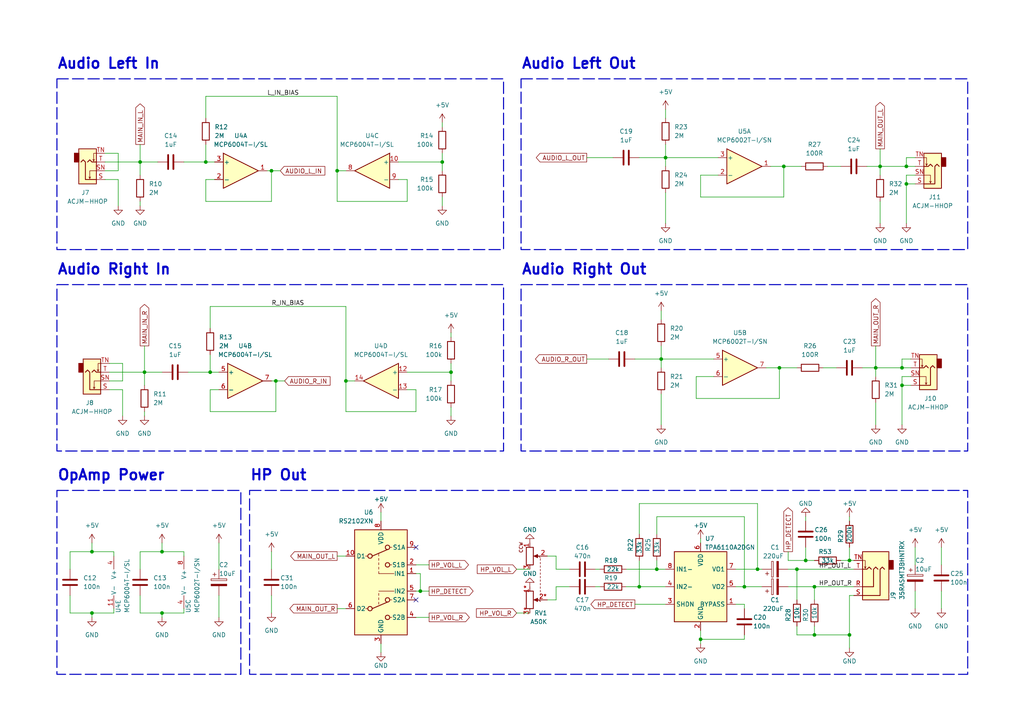
<source format=kicad_sch>
(kicad_sch (version 20230121) (generator eeschema)
  (paper "A4")
  (junction (at 40.64 46.99))
  (junction (at 262.89 53.34))
  (junction (at 261.62 106.68))
  (junction (at 236.22 170.18))
  (junction (at 41.91 107.95))
  (junction (at 97.79 49.53))
  (junction (at 227.33 48.26))
  (junction (at 255.27 48.26))
  (junction (at 26.67 160.02))
  (junction (at 246.38 184.15))
  (junction (at 231.14 165.1))
  (junction (at 215.9 170.18))
  (junction (at 261.62 111.76))
  (junction (at 80.01 110.49))
  (junction (at 46.99 160.02))
  (junction (at 128.27 46.99))
  (junction (at 226.06 106.68))
  (junction (at 100.33 110.49))
  (junction (at 78.74 49.53))
  (junction (at 60.96 107.95))
  (junction (at 203.2 185.42))
  (junction (at 191.77 104.14))
  (junction (at 254 106.68))
  (junction (at 246.38 162.56))
  (junction (at 190.5 165.1))
  (junction (at 26.67 177.8))
  (junction (at 262.89 48.26))
  (junction (at 121.92 171.45))
  (junction (at 185.42 170.18))
  (junction (at 46.99 177.8))
  (junction (at 130.81 107.95))
  (junction (at 59.69 46.99))
  (junction (at 233.68 162.56))
  (junction (at 219.71 165.1))
  (junction (at 193.04 45.72))
  (junction (at 236.22 184.15))
  (no_connect (at 120.65 173.99))
  (no_connect (at 120.65 158.75))
  (wire (pts (xy 30.48 46.99) (xy 40.64 46.99)))
  (wire (pts (xy 203.2 182.88) (xy 203.2 185.42)))
  (wire (pts (xy 161.29 170.18) (xy 165.1 170.18)))
  (wire (pts (xy 60.96 95.25) (xy 60.96 88.9)))
  (wire (pts (xy 130.81 105.41) (xy 130.81 107.95)))
  (wire (pts (xy 60.96 107.95) (xy 60.96 102.87)))
  (wire (pts (xy 191.77 90.17) (xy 191.77 92.71)))
  (wire (pts (xy 262.89 50.8) (xy 265.43 50.8)))
  (wire (pts (xy 193.04 41.91) (xy 193.04 45.72)))
  (wire (pts (xy 261.62 106.68) (xy 264.16 106.68)))
  (wire (pts (xy 41.91 107.95) (xy 46.99 107.95)))
  (wire (pts (xy 120.65 166.37) (xy 121.92 166.37)))
  (wire (pts (xy 190.5 162.56) (xy 190.5 165.1)))
  (wire (pts (xy 201.93 115.57) (xy 201.93 109.22)))
  (wire (pts (xy 193.04 55.88) (xy 193.04 64.77)))
  (wire (pts (xy 120.65 171.45) (xy 121.92 171.45)))
  (wire (pts (xy 265.43 171.45) (xy 265.43 176.53)))
  (wire (pts (xy 254 100.33) (xy 254 106.68)))
  (wire (pts (xy 261.62 104.14) (xy 261.62 106.68)))
  (wire (pts (xy 236.22 181.61) (xy 236.22 184.15)))
  (wire (pts (xy 255.27 58.42) (xy 255.27 64.77)))
  (wire (pts (xy 262.89 48.26) (xy 265.43 48.26)))
  (wire (pts (xy 228.6 160.02) (xy 228.6 162.56)))
  (wire (pts (xy 110.49 148.59) (xy 110.49 151.13)))
  (wire (pts (xy 63.5 172.72) (xy 63.5 179.07)))
  (wire (pts (xy 226.06 106.68) (xy 231.14 106.68)))
  (wire (pts (xy 190.5 149.86) (xy 215.9 149.86)))
  (wire (pts (xy 265.43 163.83) (xy 265.43 158.75)))
  (wire (pts (xy 223.52 48.26) (xy 227.33 48.26)))
  (wire (pts (xy 97.79 27.94) (xy 97.79 49.53)))
  (wire (pts (xy 185.42 162.56) (xy 185.42 170.18)))
  (wire (pts (xy 40.64 160.02) (xy 46.99 160.02)))
  (wire (pts (xy 191.77 114.3) (xy 191.77 123.19)))
  (wire (pts (xy 185.42 146.05) (xy 219.71 146.05)))
  (wire (pts (xy 120.65 113.03) (xy 120.65 119.38)))
  (wire (pts (xy 203.2 156.21) (xy 203.2 157.48)))
  (wire (pts (xy 46.99 177.8) (xy 53.34 177.8)))
  (wire (pts (xy 261.62 109.22) (xy 261.62 111.76)))
  (wire (pts (xy 158.75 161.29) (xy 161.29 161.29)))
  (wire (pts (xy 130.81 96.52) (xy 130.81 97.79)))
  (wire (pts (xy 80.01 110.49) (xy 82.55 110.49)))
  (wire (pts (xy 20.32 177.8) (xy 26.67 177.8)))
  (wire (pts (xy 31.75 113.03) (xy 35.56 113.03)))
  (wire (pts (xy 78.74 49.53) (xy 77.47 49.53)))
  (wire (pts (xy 273.05 158.75) (xy 273.05 163.83)))
  (wire (pts (xy 254 106.68) (xy 261.62 106.68)))
  (wire (pts (xy 261.62 111.76) (xy 261.62 123.19)))
  (wire (pts (xy 222.25 106.68) (xy 226.06 106.68)))
  (wire (pts (xy 262.89 53.34) (xy 262.89 50.8)))
  (wire (pts (xy 254 116.84) (xy 254 123.19)))
  (wire (pts (xy 185.42 154.94) (xy 185.42 146.05)))
  (wire (pts (xy 215.9 170.18) (xy 220.98 170.18)))
  (wire (pts (xy 59.69 27.94) (xy 97.79 27.94)))
  (wire (pts (xy 80.01 119.38) (xy 80.01 110.49)))
  (wire (pts (xy 246.38 158.75) (xy 246.38 162.56)))
  (wire (pts (xy 227.33 48.26) (xy 232.41 48.26)))
  (wire (pts (xy 243.84 162.56) (xy 246.38 162.56)))
  (wire (pts (xy 191.77 104.14) (xy 207.01 104.14)))
  (wire (pts (xy 201.93 109.22) (xy 207.01 109.22)))
  (wire (pts (xy 53.34 177.8) (xy 53.34 176.53)))
  (wire (pts (xy 193.04 45.72) (xy 208.28 45.72)))
  (wire (pts (xy 40.64 177.8) (xy 46.99 177.8)))
  (wire (pts (xy 34.29 49.53) (xy 34.29 44.45)))
  (wire (pts (xy 191.77 100.33) (xy 191.77 104.14)))
  (wire (pts (xy 59.69 46.99) (xy 62.23 46.99)))
  (wire (pts (xy 236.22 170.18) (xy 236.22 173.99)))
  (wire (pts (xy 172.72 170.18) (xy 173.99 170.18)))
  (wire (pts (xy 251.46 48.26) (xy 255.27 48.26)))
  (wire (pts (xy 190.5 154.94) (xy 190.5 149.86)))
  (wire (pts (xy 255.27 48.26) (xy 262.89 48.26)))
  (wire (pts (xy 255.27 48.26) (xy 255.27 50.8)))
  (wire (pts (xy 149.86 165.1) (xy 153.67 165.1)))
  (wire (pts (xy 193.04 45.72) (xy 193.04 48.26)))
  (wire (pts (xy 97.79 58.42) (xy 97.79 49.53)))
  (wire (pts (xy 59.69 52.07) (xy 59.69 58.42)))
  (wire (pts (xy 100.33 119.38) (xy 100.33 110.49)))
  (wire (pts (xy 170.18 104.14) (xy 176.53 104.14)))
  (wire (pts (xy 181.61 165.1) (xy 190.5 165.1)))
  (wire (pts (xy 118.11 58.42) (xy 97.79 58.42)))
  (wire (pts (xy 78.74 160.02) (xy 78.74 165.1)))
  (wire (pts (xy 97.79 161.29) (xy 100.33 161.29)))
  (wire (pts (xy 100.33 110.49) (xy 102.87 110.49)))
  (wire (pts (xy 62.23 52.07) (xy 59.69 52.07)))
  (wire (pts (xy 40.64 165.1) (xy 40.64 160.02)))
  (wire (pts (xy 261.62 111.76) (xy 264.16 111.76)))
  (wire (pts (xy 97.79 176.53) (xy 100.33 176.53)))
  (wire (pts (xy 236.22 184.15) (xy 246.38 184.15)))
  (wire (pts (xy 255.27 43.18) (xy 255.27 48.26)))
  (wire (pts (xy 34.29 44.45) (xy 30.48 44.45)))
  (wire (pts (xy 231.14 181.61) (xy 231.14 184.15)))
  (wire (pts (xy 213.36 165.1) (xy 219.71 165.1)))
  (wire (pts (xy 40.64 58.42) (xy 40.64 59.69)))
  (wire (pts (xy 246.38 149.86) (xy 246.38 151.13)))
  (wire (pts (xy 41.91 111.76) (xy 41.91 107.95)))
  (wire (pts (xy 121.92 171.45) (xy 124.46 171.45)))
  (wire (pts (xy 20.32 172.72) (xy 20.32 177.8)))
  (wire (pts (xy 35.56 110.49) (xy 35.56 105.41)))
  (wire (pts (xy 63.5 165.1) (xy 63.5 157.48)))
  (wire (pts (xy 172.72 165.1) (xy 173.99 165.1)))
  (wire (pts (xy 203.2 50.8) (xy 208.28 50.8)))
  (wire (pts (xy 254 106.68) (xy 254 109.22)))
  (wire (pts (xy 236.22 170.18) (xy 247.65 170.18)))
  (wire (pts (xy 40.64 172.72) (xy 40.64 177.8)))
  (wire (pts (xy 31.75 107.95) (xy 41.91 107.95)))
  (wire (pts (xy 128.27 57.15) (xy 128.27 59.69)))
  (wire (pts (xy 227.33 48.26) (xy 227.33 57.15)))
  (wire (pts (xy 35.56 120.65) (xy 35.56 113.03)))
  (wire (pts (xy 115.57 46.99) (xy 128.27 46.99)))
  (wire (pts (xy 190.5 165.1) (xy 193.04 165.1)))
  (wire (pts (xy 80.01 110.49) (xy 78.74 110.49)))
  (wire (pts (xy 41.91 119.38) (xy 41.91 120.65)))
  (wire (pts (xy 265.43 45.72) (xy 262.89 45.72)))
  (wire (pts (xy 128.27 46.99) (xy 128.27 49.53)))
  (wire (pts (xy 185.42 45.72) (xy 193.04 45.72)))
  (wire (pts (xy 63.5 113.03) (xy 60.96 113.03)))
  (wire (pts (xy 26.67 157.48) (xy 26.67 160.02)))
  (wire (pts (xy 261.62 104.14) (xy 264.16 104.14)))
  (wire (pts (xy 158.75 173.99) (xy 161.29 173.99)))
  (wire (pts (xy 60.96 113.03) (xy 60.96 119.38)))
  (wire (pts (xy 215.9 149.86) (xy 215.9 170.18)))
  (wire (pts (xy 262.89 53.34) (xy 262.89 64.77)))
  (wire (pts (xy 246.38 187.96) (xy 246.38 184.15)))
  (wire (pts (xy 161.29 161.29) (xy 161.29 165.1)))
  (wire (pts (xy 34.29 52.07) (xy 30.48 52.07)))
  (wire (pts (xy 226.06 106.68) (xy 226.06 115.57)))
  (wire (pts (xy 130.81 107.95) (xy 130.81 110.49)))
  (wire (pts (xy 100.33 88.9) (xy 100.33 110.49)))
  (wire (pts (xy 78.74 49.53) (xy 81.28 49.53)))
  (wire (pts (xy 130.81 118.11) (xy 130.81 120.65)))
  (wire (pts (xy 59.69 34.29) (xy 59.69 27.94)))
  (wire (pts (xy 262.89 53.34) (xy 265.43 53.34)))
  (wire (pts (xy 149.86 177.8) (xy 153.67 177.8)))
  (wire (pts (xy 231.14 165.1) (xy 247.65 165.1)))
  (wire (pts (xy 181.61 170.18) (xy 185.42 170.18)))
  (wire (pts (xy 184.15 175.26) (xy 193.04 175.26)))
  (wire (pts (xy 228.6 162.56) (xy 233.68 162.56)))
  (wire (pts (xy 41.91 100.33) (xy 41.91 107.95)))
  (wire (pts (xy 128.27 35.56) (xy 128.27 36.83)))
  (wire (pts (xy 233.68 158.75) (xy 233.68 162.56)))
  (wire (pts (xy 120.65 119.38) (xy 100.33 119.38)))
  (wire (pts (xy 40.64 41.91) (xy 40.64 46.99)))
  (wire (pts (xy 170.18 45.72) (xy 177.8 45.72)))
  (wire (pts (xy 233.68 162.56) (xy 236.22 162.56)))
  (wire (pts (xy 120.65 179.07) (xy 124.46 179.07)))
  (wire (pts (xy 185.42 170.18) (xy 193.04 170.18)))
  (wire (pts (xy 246.38 162.56) (xy 247.65 162.56)))
  (wire (pts (xy 219.71 146.05) (xy 219.71 165.1)))
  (wire (pts (xy 34.29 59.69) (xy 34.29 52.07)))
  (wire (pts (xy 26.67 177.8) (xy 33.02 177.8)))
  (wire (pts (xy 46.99 157.48) (xy 46.99 160.02)))
  (wire (pts (xy 20.32 160.02) (xy 26.67 160.02)))
  (wire (pts (xy 40.64 46.99) (xy 45.72 46.99)))
  (wire (pts (xy 203.2 186.69) (xy 203.2 185.42)))
  (wire (pts (xy 246.38 172.72) (xy 247.65 172.72)))
  (wire (pts (xy 31.75 110.49) (xy 35.56 110.49)))
  (wire (pts (xy 60.96 107.95) (xy 63.5 107.95)))
  (wire (pts (xy 128.27 44.45) (xy 128.27 46.99)))
  (wire (pts (xy 191.77 104.14) (xy 191.77 106.68)))
  (wire (pts (xy 118.11 52.07) (xy 118.11 58.42)))
  (wire (pts (xy 262.89 45.72) (xy 262.89 48.26)))
  (wire (pts (xy 46.99 160.02) (xy 53.34 160.02)))
  (wire (pts (xy 161.29 170.18) (xy 161.29 173.99)))
  (wire (pts (xy 228.6 170.18) (xy 236.22 170.18)))
  (wire (pts (xy 33.02 161.29) (xy 33.02 160.02)))
  (wire (pts (xy 31.75 105.41) (xy 35.56 105.41)))
  (wire (pts (xy 215.9 185.42) (xy 215.9 184.15)))
  (wire (pts (xy 231.14 173.99) (xy 231.14 165.1)))
  (wire (pts (xy 78.74 58.42) (xy 78.74 49.53)))
  (wire (pts (xy 115.57 52.07) (xy 118.11 52.07)))
  (wire (pts (xy 118.11 107.95) (xy 130.81 107.95)))
  (wire (pts (xy 231.14 184.15) (xy 236.22 184.15)))
  (wire (pts (xy 110.49 186.69) (xy 110.49 189.23)))
  (wire (pts (xy 97.79 49.53) (xy 100.33 49.53)))
  (wire (pts (xy 250.19 106.68) (xy 254 106.68)))
  (wire (pts (xy 240.03 48.26) (xy 243.84 48.26)))
  (wire (pts (xy 203.2 57.15) (xy 203.2 50.8)))
  (wire (pts (xy 60.96 88.9) (xy 100.33 88.9)))
  (wire (pts (xy 26.67 177.8) (xy 26.67 179.07)))
  (wire (pts (xy 53.34 160.02) (xy 53.34 161.29)))
  (wire (pts (xy 59.69 46.99) (xy 59.69 41.91)))
  (wire (pts (xy 78.74 172.72) (xy 78.74 177.8)))
  (wire (pts (xy 264.16 109.22) (xy 261.62 109.22)))
  (wire (pts (xy 40.64 50.8) (xy 40.64 46.99)))
  (wire (pts (xy 246.38 184.15) (xy 246.38 172.72)))
  (wire (pts (xy 238.76 106.68) (xy 242.57 106.68)))
  (wire (pts (xy 273.05 171.45) (xy 273.05 176.53)))
  (wire (pts (xy 226.06 115.57) (xy 201.93 115.57)))
  (wire (pts (xy 54.61 107.95) (xy 60.96 107.95)))
  (wire (pts (xy 33.02 176.53) (xy 33.02 177.8)))
  (wire (pts (xy 59.69 58.42) (xy 78.74 58.42)))
  (wire (pts (xy 20.32 160.02) (xy 20.32 165.1)))
  (wire (pts (xy 193.04 31.75) (xy 193.04 34.29)))
  (wire (pts (xy 213.36 170.18) (xy 215.9 170.18)))
  (wire (pts (xy 30.48 49.53) (xy 34.29 49.53)))
  (wire (pts (xy 227.33 57.15) (xy 203.2 57.15)))
  (wire (pts (xy 121.92 171.45) (xy 121.92 166.37)))
  (wire (pts (xy 213.36 175.26) (xy 215.9 175.26)))
  (wire (pts (xy 233.68 149.86) (xy 233.68 151.13)))
  (wire (pts (xy 161.29 165.1) (xy 165.1 165.1)))
  (wire (pts (xy 203.2 185.42) (xy 215.9 185.42)))
  (wire (pts (xy 53.34 46.99) (xy 59.69 46.99)))
  (wire (pts (xy 60.96 119.38) (xy 80.01 119.38)))
  (wire (pts (xy 26.67 160.02) (xy 33.02 160.02)))
  (wire (pts (xy 120.65 163.83) (xy 124.46 163.83)))
  (wire (pts (xy 46.99 177.8) (xy 46.99 179.07)))
  (wire (pts (xy 184.15 104.14) (xy 191.77 104.14)))
  (wire (pts (xy 219.71 165.1) (xy 220.98 165.1)))
  (wire (pts (xy 118.11 113.03) (xy 120.65 113.03)))
  (wire (pts (xy 228.6 165.1) (xy 231.14 165.1)))
  (wire (pts (xy 215.9 175.26) (xy 215.9 176.53)))
  (rectangle (start 16.51 22.86) (end 146.05 72.39) (stroke (width 0.3) (type dash)))
  (rectangle (start 151.13 82.55) (end 280.67 130.81) (stroke (width 0.3) (type dash)))
  (rectangle (start 16.51 82.55) (end 146.05 130.81) (stroke (width 0.3) (type dash)))
  (rectangle (start 16.51 142.24) (end 69.85 195.58) (stroke (width 0.3) (type dash)))
  (rectangle (start 72.39 142.24) (end 280.67 195.58) (stroke (width 0.3) (type dash)))
  (rectangle (start 151.13 22.86) (end 280.67 72.39) (stroke (width 0.3) (type dash)))
  (text "Audio Right Out" (at 151.13 80.01 0) (effects (font (size 3 3) (thickness 0.6) bold) (justify left bottom)))
  (text "Audio Left Out" (at 151.13 20.32 0) (effects (font (size 3 3) (thickness 0.6) bold) (justify left bottom)))
  (text "Audio Left In" (at 16.51 20.32 0) (effects (font (size 3 3) (thickness 0.6) bold) (justify left bottom)))
  (text "Audio Right In" (at 16.51 80.01 0) (effects (font (size 3 3) (thickness 0.6) bold) (justify left bottom)))
  (text "OpAmp Power" (at 16.51 139.7 0) (effects (font (size 3 3) (thickness 0.6) bold) (justify left bottom)))
  (text "HP Out" (at 72.39 139.7 0) (effects (font (size 3 3) (thickness 0.6) bold) (justify left bottom)))
  (label "L_IN_BIAS" (at 77.47 27.94 0))
  (label "HP_OUT_L" (at 237.49 165.1 0))
  (label "HP_OUT_R" (at 237.49 170.18 0))
  (label "R_IN_BIAS" (at 78.74 88.9 0))
  (global_label "HP_DETECT" (shape output) (at 228.6 160.02 90) (property "Intersheetrefs" "${INTERSHEET_REFS}" (effects hide)))
  (global_label "MAIN_OUT_R" (shape output) (at 97.79 176.53 180) (property "Intersheetrefs" "${INTERSHEET_REFS}" (effects hide)))
  (global_label "HP_VOL_L" (shape input) (at 149.86 165.1 180) (property "Intersheetrefs" "${INTERSHEET_REFS}" (effects hide)))
  (global_label "MAIN_OUT_L" (shape output) (at 97.79 161.29 180) (property "Intersheetrefs" "${INTERSHEET_REFS}" (effects hide)))
  (global_label "AUDIO_R_OUT" (shape output) (at 170.18 104.14 180) (property "Intersheetrefs" "${INTERSHEET_REFS}" (effects hide)))
  (global_label "AUDIO_R_IN" (shape input) (at 82.55 110.49 0) (property "Intersheetrefs" "${INTERSHEET_REFS}" (effects hide)))
  (global_label "HP_DETECT" (shape output) (at 124.46 171.45 0) (property "Intersheetrefs" "${INTERSHEET_REFS}" (effects hide)))
  (global_label "MAIN_OUT_R" (shape output) (at 254 100.33 90) (property "Intersheetrefs" "${INTERSHEET_REFS}" (effects hide)))
  (global_label "HP_VOL_L" (shape output) (at 124.46 163.83 0) (property "Intersheetrefs" "${INTERSHEET_REFS}" (effects hide)))
  (global_label "HP_VOL_R" (shape input) (at 149.86 177.8 180) (property "Intersheetrefs" "${INTERSHEET_REFS}" (effects hide)))
  (global_label "MAIN_IN_L" (shape output) (at 40.64 41.91 90) (property "Intersheetrefs" "${INTERSHEET_REFS}" (effects hide)))
  (global_label "AUDIO_L_IN" (shape input) (at 81.28 49.53 0) (property "Intersheetrefs" "${INTERSHEET_REFS}" (effects hide)))
  (global_label "HP_VOL_R" (shape output) (at 124.46 179.07 0) (property "Intersheetrefs" "${INTERSHEET_REFS}" (effects hide)))
  (global_label "HP_DETECT" (shape output) (at 184.15 175.26 180) (property "Intersheetrefs" "${INTERSHEET_REFS}" (effects hide)))
  (global_label "MAIN_IN_R" (shape output) (at 41.91 100.33 90) (property "Intersheetrefs" "${INTERSHEET_REFS}" (effects hide)))
  (global_label "MAIN_OUT_L" (shape output) (at 255.27 43.18 90) (property "Intersheetrefs" "${INTERSHEET_REFS}" (effects hide)))
  (global_label "AUDIO_L_OUT" (shape output) (at 170.18 45.72 180) (property "Intersheetrefs" "${INTERSHEET_REFS}" (effects hide)))
  (symbol (lib_id "DaisyBoard:RS2102XN") (at 110.49 168.91 0) (mirror y) (unit 1)
    (property "Reference" "U6" (at 108.2959 148.59 0) (effects (justify left)))
    (property "Value" "RS2102XN" (at 108.2959 151.13 0) (effects (justify left)))
    (property "Footprint" "Package_SO:MSOP-10_3x3mm_P0.5mm" (effects hide))
    (property "Datasheet" "https://file.elecfans.com/web2/M00/77/27/poYBAGNil6qAfbwxAAvzjO6ZWKI497.pdf" (effects hide))
    (property "DNP" "3565-RS2102XNCT-ND" (effects hide))
    (property "MPN" "RS2102XN" (effects hide))
  )
  (symbol (lib_id "DaisyBoard:RC0603FR-072ML") (at 193.04 52.07 0) (unit 1)
    (property "Reference" "R24" (at 195.58 50.8 0) (effects (justify left)))
    (property "Value" "2M" (at 195.58 53.34 0) (effects (justify left)))
    (property "Footprint" "Resistor_SMD:R_0603_1608Metric" (effects hide))
    (property "DNP" "311-2.00MHRCT-ND" (effects hide))
    (property "MPN" "RC0603FR-072ML" (effects hide))
  )
  (symbol (lib_id "DaisyBoard:RC0603FR-07100KL") (at 128.27 40.64 0) (mirror y) (unit 1)
    (property "Reference" "R14" (at 125.73 39.37 0) (effects (justify left)))
    (property "Value" "100k" (at 125.73 41.91 0) (effects (justify left)))
    (property "Footprint" "Resistor_SMD:R_0603_1608Metric" (effects hide))
    (property "DNP" "311-100KHRCT-ND" (effects hide))
    (property "MPN" "RC0603FR-07100KL" (effects hide))
  )
  (symbol (lib_id "DaisyBoard:RC0603FR-072ML") (at 59.69 38.1 0) (unit 1)
    (property "Reference" "R12" (at 62.23 36.83 0) (effects (justify left)))
    (property "Value" "2M" (at 62.23 39.37 0) (effects (justify left)))
    (property "Footprint" "Resistor_SMD:R_0603_1608Metric" (effects hide))
    (property "DNP" "311-2.00MHRCT-ND" (effects hide))
    (property "MPN" "RC0603FR-072ML" (effects hide))
  )
  (symbol (lib_id "power:+5V") (at 193.04 31.75 0) (unit 1)
    (property "Reference" "#PWR037" (effects hide))
    (property "Value" "+5V" (at 193.04 26.67 0))
  )
  (symbol (lib_id "power:GND") (at 261.62 123.19 0) (mirror y) (unit 1)
    (property "Reference" "#PWR045" (effects hide))
    (property "Value" "GND" (at 261.62 128.27 0))
  )
  (symbol (lib_id "DaisyBoard:PTV112-4420A-A503") (at 154.94 167.64 270) (unit 1)
    (property "Reference" "RV1" (at 158.75 177.8 90) (effects (justify right)))
    (property "Value" "A50K" (at 158.75 180.34 90) (effects (justify right)))
    (property "Footprint" "DaisyBoard:PTV112-4420A-A503" (effects hide))
    (property "Datasheet" "https://www.bourns.com/docs/Product-Datasheets/PTVPTT.pdf" (effects hide))
    (property "DNP" "PTV112-4420A-A503-ND" (effects hide))
    (property "MPN" "PTV112-4420A-A503" (effects hide))
  )
  (symbol (lib_id "DaisyBoard:VSE0J221MCB6357E") (at 224.79 165.1 90) (unit 1)
    (property "Reference" "C1" (at 224.79 158.75 90))
    (property "Value" "220uF" (at 227.33 161.29 90) (effects (justify left)))
    (property "Footprint" "Capacitor_SMD:CP_Elec_6.3x5.7" (effects hide))
    (property "Datasheet" "https://mm.digikey.com/Volume0/opasdata/d220001/medias/docus/2580/VSE%20Series.pdf" (effects hide))
    (property "DNP" "4191-VSE0J221MCB6357ECT-ND" (effects hide))
    (property "MPN" "VSE0J221MCB6357E" (effects hide))
    (instances (project "DaisyBoard" (path "" (reference "C1") (unit 1)) (path "" (reference "C22") (unit 1)) (path "" (reference "C21") (unit 1))))
  )
  (symbol (lib_id "power:GND") (at 34.29 59.69 0) (unit 1)
    (property "Reference" "#PWR021" (effects hide))
    (property "Value" "GND" (at 34.29 64.77 0))
  )
  (symbol (lib_id "power:+5V") (at 130.81 96.52 0) (mirror y) (unit 1)
    (property "Reference" "#PWR029" (effects hide))
    (property "Value" "+5V" (at 130.81 91.44 0))
  )
  (symbol (lib_id "power:GND") (at 262.89 64.77 0) (mirror y) (unit 1)
    (property "Reference" "#PWR046" (effects hide))
    (property "Value" "GND" (at 262.89 69.85 0))
  )
  (symbol (lib_id "power:GND") (at 265.43 176.53 0) (unit 1)
    (property "Reference" "#PWR01" (effects hide))
    (property "Value" "GND" (at 265.43 181.61 0))
    (instances (project "DaisyBoard" (path "" (reference "#PWR01") (unit 1)) (path "" (reference "#PWR055") (unit 1)) (path "" (reference "#PWR084") (unit 1))))
  )
  (symbol (lib_id "DaisyBoard:RC0603FR-072ML") (at 60.96 99.06 0) (unit 1)
    (property "Reference" "R13" (at 63.5 97.79 0) (effects (justify left)))
    (property "Value" "2M" (at 63.5 100.33 0) (effects (justify left)))
    (property "Footprint" "Resistor_SMD:R_0603_1608Metric" (effects hide))
    (property "DNP" "311-2.00MHRCT-ND" (effects hide))
    (property "MPN" "RC0603FR-072ML" (effects hide))
  )
  (symbol (lib_id "DaisyBoard:ACJM-HHOP") (at 269.24 106.68 180) (unit 1)
    (property "Reference" "J10" (at 269.875 115.57 0))
    (property "Value" "ACJM-HHOP" (at 269.24 118.11 0))
    (property "Footprint" "DaisyBoard:ACJM-HHOP" (effects hide))
    (property "Datasheet" "https://www.amphenol-sine.com/pdf/datasheet/ACJM-HHOP.pdf" (effects hide))
    (property "DNP" "889-ACJM-HHOP-ND" (effects hide))
    (property "MPN" "ACJM-HHOP" (effects hide))
  )
  (symbol (lib_id "DaisyBoard:RC0603FR-0722KL") (at 177.8 170.18 270) (unit 1)
    (property "Reference" "R19" (at 175.26 167.64 90) (effects (justify left)))
    (property "Value" "22k" (at 177.8 170.18 90))
    (property "Footprint" "Resistor_SMD:R_0603_1608Metric" (effects hide))
    (property "DNP" "311-22.0KHRCT-ND" (effects hide))
    (property "MPN" "RC0603FR-0722KL" (effects hide))
  )
  (symbol (lib_id "power:GND") (at 130.81 120.65 0) (mirror y) (unit 1)
    (property "Reference" "#PWR030" (effects hide))
    (property "Value" "GND" (at 130.81 125.73 0))
  )
  (symbol (lib_id "DaisyBoard:CC0603KRX7R8BB104") (at 215.9 180.34 0) (unit 1)
    (property "Reference" "C20" (at 218.44 179.07 0) (effects (justify left)))
    (property "Value" "100n" (at 218.44 181.61 0) (effects (justify left)))
    (property "Footprint" "Capacitor_SMD:C_0603_1608Metric" (effects hide))
    (property "DNP" "311-1341-1-ND" (effects hide))
    (property "MPN" "CC0603KRX7R8BB104" (effects hide))
  )
  (symbol (lib_id "DaisyBoard:RC0603FR-07100KL") (at 130.81 114.3 0) (mirror y) (unit 1)
    (property "Reference" "R17" (at 128.27 113.03 0) (effects (justify left)))
    (property "Value" "100k" (at 128.27 115.57 0) (effects (justify left)))
    (property "Footprint" "Resistor_SMD:R_0603_1608Metric" (effects hide))
    (property "DNP" "311-100KHRCT-ND" (effects hide))
    (property "MPN" "RC0603FR-07100KL" (effects hide))
  )
  (symbol (lib_id "power:+5V") (at 128.27 35.56 0) (mirror y) (unit 1)
    (property "Reference" "#PWR027" (effects hide))
    (property "Value" "+5V" (at 128.27 30.48 0))
  )
  (symbol (lib_id "power:+5V") (at 26.67 157.48 0) (unit 1)
    (property "Reference" "#PWR019" (effects hide))
    (property "Value" "+5V" (at 26.67 152.4 0))
  )
  (symbol (lib_id "DaisyBoard:RC0603FR-072ML") (at 255.27 54.61 0) (unit 1)
    (property "Reference" "R32" (at 257.81 53.34 0) (effects (justify left)))
    (property "Value" "2M" (at 257.81 55.88 0) (effects (justify left)))
    (property "Footprint" "Resistor_SMD:R_0603_1608Metric" (effects hide))
    (property "DNP" "311-2.00MHRCT-ND" (effects hide))
    (property "MPN" "RC0603FR-072ML" (effects hide))
  )
  (symbol (lib_id "DaisyBoard:RC0603FR-072ML") (at 191.77 110.49 0) (unit 1)
    (property "Reference" "R21" (at 194.31 109.22 0) (effects (justify left)))
    (property "Value" "2M" (at 194.31 111.76 0) (effects (justify left)))
    (property "Footprint" "Resistor_SMD:R_0603_1608Metric" (effects hide))
    (property "DNP" "311-2.00MHRCT-ND" (effects hide))
    (property "MPN" "RC0603FR-072ML" (effects hide))
  )
  (symbol (lib_id "DaisyBoard:TPSB106K016R0500") (at 63.5 168.91 0) (unit 1)
    (property "Reference" "C2" (at 63.5 163.83 0) (effects (justify left)))
    (property "Value" "10uF" (at 63.5 166.37 0) (effects (justify left)))
    (property "Footprint" "Capacitor_Tantalum_SMD:CP_EIA-3528-15_AVX-H_Pad1.50x2.35mm_HandSolder" (effects hide))
    (property "DNP" "478-5230-1-ND" (effects hide))
    (property "MPN" "TPSB106K016R0500" (effects hide))
    (instances (project "DaisyBoard" (path "" (reference "C2") (unit 1)) (path "" (reference "C30") (unit 1)) (path "" (reference "C32") (unit 1))))
  )
  (symbol (lib_id "DaisyBoard:RC0603FR-072ML") (at 191.77 96.52 0) (unit 1)
    (property "Reference" "R20" (at 194.31 95.25 0) (effects (justify left)))
    (property "Value" "2M" (at 194.31 97.79 0) (effects (justify left)))
    (property "Footprint" "Resistor_SMD:R_0603_1608Metric" (effects hide))
    (property "DNP" "311-2.00MHRCT-ND" (effects hide))
    (property "MPN" "RC0603FR-072ML" (effects hide))
  )
  (symbol (lib_id "DaisyBoard:MCP6004T-I/SL") (at 69.85 49.53 0) (unit 1)
    (property "Reference" "U4" (at 69.85 39.37 0))
    (property "Value" "MCP6004T-I/SL" (at 69.85 41.91 0))
    (property "Footprint" "Package_SO:SOIC-14_3.9x8.7mm_P1.27mm" (effects hide))
    (property "Datasheet" "http://ww1.microchip.com/downloads/en/DeviceDoc/21733j.pdf" (effects hide))
    (property "DNP" "MCP6004T-I/SLCT-ND" (effects hide))
    (property "MPN" "MCP6004T-I/SL" (effects hide))
  )
  (symbol (lib_id "DaisyBoard:RC0603FR-0733KL") (at 240.03 162.56 90) (unit 1)
    (property "Reference" "R53" (at 241.3 160.02 90) (effects (justify left)))
    (property "Value" "33k" (at 240.03 162.56 90))
    (property "Footprint" "Resistor_SMD:R_0603_1608Metric" (effects hide))
    (property "DNP" "311-33.0KHRCT-ND" (effects hide))
    (property "MPN" "RC0603FR-0733KL" (effects hide))
  )
  (symbol (lib_id "power:GND") (at 40.64 59.69 0) (unit 1)
    (property "Reference" "#PWR023" (effects hide))
    (property "Value" "GND" (at 40.64 64.77 0))
  )
  (symbol (lib_id "power:GND") (at 63.5 179.07 0) (unit 1)
    (property "Reference" "#PWR01" (effects hide))
    (property "Value" "GND" (at 63.5 184.15 0))
    (instances (project "DaisyBoard" (path "" (reference "#PWR01") (unit 1)) (path "" (reference "#PWR055") (unit 1)) (path "" (reference "#PWR069") (unit 1))))
  )
  (symbol (lib_id "DaisyBoard:VSE0J221MCB6357E") (at 224.79 170.18 90) (unit 1)
    (property "Reference" "C1" (at 224.79 173.99 90))
    (property "Value" "220uF" (at 227.33 176.53 90) (effects (justify left)))
    (property "Footprint" "Capacitor_SMD:CP_Elec_6.3x5.7" (effects hide))
    (property "Datasheet" "https://mm.digikey.com/Volume0/opasdata/d220001/medias/docus/2580/VSE%20Series.pdf" (effects hide))
    (property "DNP" "4191-VSE0J221MCB6357ECT-ND" (effects hide))
    (property "MPN" "VSE0J221MCB6357E" (effects hide))
    (instances (project "DaisyBoard" (path "" (reference "C1") (unit 1)) (path "" (reference "C22") (unit 1)) (path "" (reference "C22") (unit 1))))
  )
  (symbol (lib_id "DaisyBoard:CC0603KRX7R8BB474") (at 168.91 165.1 90) (unit 1)
    (property "Reference" "C16" (at 168.91 158.75 90))
    (property "Value" "470n" (at 171.45 161.29 90) (effects (justify left)))
    (property "Footprint" "Capacitor_SMD:C_0603_1608Metric" (effects hide))
    (property "DNP" "311-1805-1-ND" (effects hide))
    (property "MPN" "CC0603KRX7R8BB474" (effects hide))
  )
  (symbol (lib_id "DaisyBoard:CC0603KRX7R8BB104") (at 273.05 167.64 0) (unit 1)
    (property "Reference" "C25" (at 275.59 166.37 0) (effects (justify left)))
    (property "Value" "100n" (at 275.59 168.91 0) (effects (justify left)))
    (property "Footprint" "Capacitor_SMD:C_0603_1608Metric" (effects hide))
    (property "DNP" "311-1341-1-ND" (effects hide))
    (property "MPN" "CC0603KRX7R8BB104" (effects hide))
  )
  (symbol (lib_id "power:+5V") (at 191.77 90.17 0) (unit 1)
    (property "Reference" "#PWR035" (effects hide))
    (property "Value" "+5V" (at 191.77 85.09 0))
  )
  (symbol (lib_id "DaisyBoard:RC0603FR-0722KL") (at 177.8 165.1 270) (unit 1)
    (property "Reference" "R18" (at 175.26 162.56 90) (effects (justify left)))
    (property "Value" "22k" (at 177.8 165.1 90))
    (property "Footprint" "Resistor_SMD:R_0603_1608Metric" (effects hide))
    (property "DNP" "311-22.0KHRCT-ND" (effects hide))
    (property "MPN" "RC0603FR-0722KL" (effects hide))
  )
  (symbol (lib_id "power:GND") (at 153.67 170.18 0) (mirror x) (unit 1)
    (property "Reference" "#PWR034" (effects hide))
    (property "Value" "GND" (at 153.67 166.37 0))
  )
  (symbol (lib_id "power:+5V") (at 246.38 149.86 0) (unit 1)
    (property "Reference" "#PWR041" (effects hide))
    (property "Value" "+5V" (at 246.38 146.05 0))
  )
  (symbol (lib_id "power:GND") (at 233.68 149.86 0) (mirror x) (unit 1)
    (property "Reference" "#PWR093" (effects hide))
    (property "Value" "GND" (at 233.68 146.05 0))
  )
  (symbol (lib_id "DaisyBoard:RC0603FR-07200KL") (at 246.38 154.94 0) (unit 1)
    (property "Reference" "R29" (at 243.84 157.48 90) (effects (justify left)))
    (property "Value" "200k" (at 246.38 154.94 90))
    (property "Footprint" "Resistor_SMD:R_0603_1608Metric" (effects hide))
    (property "DNP" "311-200KHRCT-ND" (effects hide))
    (property "MPN" "RC0603FR-07200KL" (effects hide))
  )
  (symbol (lib_id "power:+5V") (at 110.49 148.59 0) (unit 1)
    (property "Reference" "#PWR031" (effects hide))
    (property "Value" "+5V" (at 110.49 144.78 0))
  )
  (symbol (lib_id "DaisyBoard:MCP6004T-I/SL") (at 35.56 168.91 0) (unit 5)
    (property "Reference" "U4" (at 34.29 177.8 90) (effects (justify left)))
    (property "Value" "MCP6004T-I/SL" (at 36.83 177.8 90) (effects (justify left)))
    (property "Footprint" "Package_SO:SOIC-14_3.9x8.7mm_P1.27mm" (effects hide))
    (property "Datasheet" "http://ww1.microchip.com/downloads/en/DeviceDoc/21733j.pdf" (effects hide))
    (property "DNP" "MCP6004T-I/SLCT-ND" (effects hide))
    (property "MPN" "MCP6004T-I/SL" (effects hide))
  )
  (symbol (lib_id "DaisyBoard:B32529C0105J000") (at 247.65 48.26 90) (unit 1)
    (property "Reference" "C24" (at 247.65 40.64 90))
    (property "Value" "1uF" (at 247.65 43.18 90))
    (property "Footprint" "B32529C0105J189" (effects hide))
    (property "Datasheet" "https://product.tdk.com/system/files/dam/doc/product/capacitor/film/mkt/data_sheet/20/20/db/fc_2009/b32520_529.pdf" (effects hide))
    (property "Height" "9.5" (effects hide))
    (property "Manufacturer_Name" "TDK" (effects hide))
    (property "Manufacturer_Part_Number" "B32529C0105J189" (effects hide))
    (property "DNP" "495-1119-ND" (effects hide))
    (property "MPN" "B32529C0105J000" (effects hide))
  )
  (symbol (lib_id "DaisyBoard:B32529C0105J000") (at 49.53 46.99 90) (unit 1)
    (property "Reference" "C14" (at 49.53 39.37 90))
    (property "Value" "1uF" (at 49.53 41.91 90))
    (property "Footprint" "B32529C0105J189" (effects hide))
    (property "Datasheet" "https://product.tdk.com/system/files/dam/doc/product/capacitor/film/mkt/data_sheet/20/20/db/fc_2009/b32520_529.pdf" (effects hide))
    (property "Height" "9.5" (effects hide))
    (property "Manufacturer_Name" "TDK" (effects hide))
    (property "Manufacturer_Part_Number" "B32529C0105J189" (effects hide))
    (property "DNP" "495-1119-ND" (effects hide))
    (property "MPN" "B32529C0105J000" (effects hide))
  )
  (symbol (lib_id "DaisyBoard:RC0603FR-072ML") (at 254 113.03 0) (unit 1)
    (property "Reference" "R31" (at 256.54 111.76 0) (effects (justify left)))
    (property "Value" "2M" (at 256.54 114.3 0) (effects (justify left)))
    (property "Footprint" "Resistor_SMD:R_0603_1608Metric" (effects hide))
    (property "DNP" "311-2.00MHRCT-ND" (effects hide))
    (property "MPN" "RC0603FR-072ML" (effects hide))
  )
  (symbol (lib_id "DaisyBoard:B32529C0105J000") (at 50.8 107.95 90) (unit 1)
    (property "Reference" "C15" (at 50.8 100.33 90))
    (property "Value" "1uF" (at 50.8 102.87 90))
    (property "Footprint" "B32529C0105J189" (effects hide))
    (property "Datasheet" "https://product.tdk.com/system/files/dam/doc/product/capacitor/film/mkt/data_sheet/20/20/db/fc_2009/b32520_529.pdf" (effects hide))
    (property "Height" "9.5" (effects hide))
    (property "Manufacturer_Name" "TDK" (effects hide))
    (property "Manufacturer_Part_Number" "B32529C0105J189" (effects hide))
    (property "DNP" "495-1119-ND" (effects hide))
    (property "MPN" "B32529C0105J000" (effects hide))
  )
  (symbol (lib_id "DaisyBoard:RC0603FR-07100KL") (at 128.27 53.34 0) (mirror y) (unit 1)
    (property "Reference" "R15" (at 125.73 52.07 0) (effects (justify left)))
    (property "Value" "100k" (at 125.73 54.61 0) (effects (justify left)))
    (property "Footprint" "Resistor_SMD:R_0603_1608Metric" (effects hide))
    (property "DNP" "311-100KHRCT-ND" (effects hide))
    (property "MPN" "RC0603FR-07100KL" (effects hide))
  )
  (symbol (lib_id "DaisyBoard:RC0603FR-07100RL") (at 236.22 48.26 90) (unit 1)
    (property "Reference" "R27" (at 236.22 41.91 90))
    (property "Value" "100R" (at 236.22 44.45 90))
    (property "Footprint" "Resistor_SMD:R_0603_1608Metric" (effects hide))
    (property "DNP" "311-100HRCT-ND" (effects hide))
    (property "MPN" "RC0603FR-07100RL" (effects hide))
  )
  (symbol (lib_id "DaisyBoard:MCP6002T-I/SN") (at 215.9 48.26 0) (unit 1)
    (property "Reference" "U5" (at 215.9 38.1 0))
    (property "Value" "MCP6002T-I/SN" (at 215.9 40.64 0))
    (property "Footprint" "Package_SO:SOIC-8_3.9x4.9mm_P1.27mm" (effects hide))
    (property "Datasheet" "http://ww1.microchip.com/downloads/en/DeviceDoc/21733j.pdf" (effects hide))
    (property "DNP" "MCP6002T-I/SNCT-ND" (effects hide))
    (property "MPN" "MCP6002T-I/SN" (effects hide))
  )
  (symbol (lib_id "power:GND") (at 191.77 123.19 0) (mirror y) (unit 1)
    (property "Reference" "#PWR036" (effects hide))
    (property "Value" "GND" (at 191.77 128.27 0))
  )
  (symbol (lib_id "power:GND") (at 41.91 120.65 0) (unit 1)
    (property "Reference" "#PWR024" (effects hide))
    (property "Value" "GND" (at 41.91 125.73 0))
  )
  (symbol (lib_id "DaisyBoard:MCP6002T-I/SN") (at 214.63 106.68 0) (unit 2)
    (property "Reference" "U5" (at 214.63 96.52 0))
    (property "Value" "MCP6002T-I/SN" (at 214.63 99.06 0))
    (property "Footprint" "Package_SO:SOIC-8_3.9x4.9mm_P1.27mm" (effects hide))
    (property "Datasheet" "http://ww1.microchip.com/downloads/en/DeviceDoc/21733j.pdf" (effects hide))
    (property "DNP" "MCP6002T-I/SNCT-ND" (effects hide))
    (property "MPN" "MCP6002T-I/SN" (effects hide))
  )
  (symbol (lib_id "DaisyBoard:CC0603KRX7R8BB104") (at 78.74 168.91 0) (unit 1)
    (property "Reference" "C31" (at 81.28 167.64 0) (effects (justify left)))
    (property "Value" "100n" (at 81.28 170.18 0) (effects (justify left)))
    (property "Footprint" "Capacitor_SMD:C_0603_1608Metric" (effects hide))
    (property "DNP" "311-1341-1-ND" (effects hide))
    (property "MPN" "CC0603KRX7R8BB104" (effects hide))
  )
  (symbol (lib_id "DaisyBoard:CC0603KRX7R8BB104") (at 40.64 168.91 0) (unit 1)
    (property "Reference" "C13" (at 44.45 167.64 0) (effects (justify left)))
    (property "Value" "100n" (at 44.45 170.18 0) (effects (justify left)))
    (property "Footprint" "Capacitor_SMD:C_0603_1608Metric" (effects hide))
    (property "DNP" "311-1341-1-ND" (effects hide))
    (property "MPN" "CC0603KRX7R8BB104" (effects hide))
  )
  (symbol (lib_id "power:GND") (at 246.38 187.96 0) (mirror y) (unit 1)
    (property "Reference" "#PWR042" (effects hide))
    (property "Value" "GND" (at 246.38 191.77 0))
  )
  (symbol (lib_id "DaisyBoard:RC0603FR-07100KL") (at 130.81 101.6 0) (mirror y) (unit 1)
    (property "Reference" "R16" (at 128.27 100.33 0) (effects (justify left)))
    (property "Value" "100k" (at 128.27 102.87 0) (effects (justify left)))
    (property "Footprint" "Resistor_SMD:R_0603_1608Metric" (effects hide))
    (property "DNP" "311-100KHRCT-ND" (effects hide))
    (property "MPN" "RC0603FR-07100KL" (effects hide))
  )
  (symbol (lib_id "DaisyBoard:CC0603KRX7R8BB104") (at 233.68 154.94 0) (unit 1)
    (property "Reference" "C26" (at 236.22 153.67 0) (effects (justify left)))
    (property "Value" "100n" (at 236.22 156.21 0) (effects (justify left)))
    (property "Footprint" "Capacitor_SMD:C_0603_1608Metric" (effects hide))
    (property "DNP" "311-1341-1-ND" (effects hide))
    (property "MPN" "CC0603KRX7R8BB104" (effects hide))
  )
  (symbol (lib_id "DaisyBoard:35RASMT3BHNTRX") (at 254 170.18 180) (unit 1)
    (property "Reference" "J9" (at 259.08 173.99 90) (effects (justify right)))
    (property "Value" "35RASMT3BHNTRX" (at 261.62 173.99 90) (effects (justify right)))
    (property "Footprint" "DaisyBoard:35RASMT3BHNTRX" (effects hide))
    (property "Datasheet" "https://www.switchcraft.com/assets/1/24/35rasmt3bhntrx_cd.pdf?4700" (effects hide))
    (property "DNP" "SC2853-ND" (effects hide))
    (property "MPN" "35RASMT3BHNTRX" (effects hide))
  )
  (symbol (lib_id "DaisyBoard:B32529C0105J000") (at 181.61 45.72 90) (unit 1)
    (property "Reference" "C19" (at 181.61 38.1 90))
    (property "Value" "1uF" (at 181.61 40.64 90))
    (property "Footprint" "B32529C0105J189" (effects hide))
    (property "Datasheet" "https://product.tdk.com/system/files/dam/doc/product/capacitor/film/mkt/data_sheet/20/20/db/fc_2009/b32520_529.pdf" (effects hide))
    (property "Height" "9.5" (effects hide))
    (property "Manufacturer_Name" "TDK" (effects hide))
    (property "Manufacturer_Part_Number" "B32529C0105J189" (effects hide))
    (property "DNP" "495-1119-ND" (effects hide))
    (property "MPN" "B32529C0105J000" (effects hide))
  )
  (symbol (lib_id "power:+5V") (at 46.99 157.48 0) (unit 1)
    (property "Reference" "#PWR025" (effects hide))
    (property "Value" "+5V" (at 46.99 152.4 0))
  )
  (symbol (lib_id "power:GND") (at 273.05 176.53 0) (mirror y) (unit 1)
    (property "Reference" "#PWR048" (effects hide))
    (property "Value" "GND" (at 273.05 181.61 0))
  )
  (symbol (lib_id "DaisyBoard:TPA6110A2DGNR") (at 203.2 170.18 0) (unit 1)
    (property "Reference" "U7" (at 204.47 156.21 0) (effects (justify left)))
    (property "Value" "TPA6110A2DGN" (at 204.47 158.75 0) (effects (justify left)))
    (property "Footprint" "DaisyBoard:TPA6110A2DGN" (effects hide))
    (property "Datasheet" "https://www.ti.com/lit/ds/symlink/tpa6110a2.pdf" (effects hide))
    (property "DNP" "296-31976-1-ND" (effects hide))
    (property "MPN" "TPA6110A2DGNR" (effects hide))
  )
  (symbol (lib_id "DaisyBoard:ACJM-HHOP") (at 26.67 107.95 0) (mirror x) (unit 1)
    (property "Reference" "J8" (at 26.035 116.84 0))
    (property "Value" "ACJM-HHOP" (at 26.67 119.38 0))
    (property "Footprint" "DaisyBoard:ACJM-HHOP" (effects hide))
    (property "Datasheet" "https://www.amphenol-sine.com/pdf/datasheet/ACJM-HHOP.pdf" (effects hide))
    (property "DNP" "889-ACJM-HHOP-ND" (effects hide))
    (property "MPN" "ACJM-HHOP" (effects hide))
  )
  (symbol (lib_id "power:+5V") (at 63.5 157.48 0) (unit 1)
    (property "Reference" "#PWR070" (effects hide))
    (property "Value" "+5V" (at 63.5 152.4 0))
  )
  (symbol (lib_id "power:GND") (at 193.04 64.77 0) (mirror y) (unit 1)
    (property "Reference" "#PWR038" (effects hide))
    (property "Value" "GND" (at 193.04 69.85 0))
  )
  (symbol (lib_id "DaisyBoard:RC0603FR-072ML") (at 40.64 54.61 0) (unit 1)
    (property "Reference" "R10" (at 43.18 53.34 0) (effects (justify left)))
    (property "Value" "2M" (at 43.18 55.88 0) (effects (justify left)))
    (property "Footprint" "Resistor_SMD:R_0603_1608Metric" (effects hide))
    (property "DNP" "311-2.00MHRCT-ND" (effects hide))
    (property "MPN" "RC0603FR-072ML" (effects hide))
  )
  (symbol (lib_id "power:GND") (at 78.74 177.8 0) (mirror y) (unit 1)
    (property "Reference" "#PWR064" (effects hide))
    (property "Value" "GND" (at 78.74 182.88 0))
  )
  (symbol (lib_id "DaisyBoard:RC0603FR-072ML") (at 41.91 115.57 0) (unit 1)
    (property "Reference" "R11" (at 44.45 114.3 0) (effects (justify left)))
    (property "Value" "2M" (at 44.45 116.84 0) (effects (justify left)))
    (property "Footprint" "Resistor_SMD:R_0603_1608Metric" (effects hide))
    (property "DNP" "311-2.00MHRCT-ND" (effects hide))
    (property "MPN" "RC0603FR-072ML" (effects hide))
  )
  (symbol (lib_id "DaisyBoard:MCP6004T-I/SL") (at 71.12 110.49 0) (unit 2)
    (property "Reference" "U4" (at 71.12 100.33 0))
    (property "Value" "MCP6004T-I/SL" (at 71.12 102.87 0))
    (property "Footprint" "Package_SO:SOIC-14_3.9x8.7mm_P1.27mm" (effects hide))
    (property "Datasheet" "http://ww1.microchip.com/downloads/en/DeviceDoc/21733j.pdf" (effects hide))
    (property "DNP" "MCP6004T-I/SLCT-ND" (effects hide))
    (property "MPN" "MCP6004T-I/SL" (effects hide))
  )
  (symbol (lib_id "DaisyBoard:TPSB106K016R0500") (at 265.43 167.64 0) (unit 1)
    (property "Reference" "C2" (at 265.43 162.56 0) (effects (justify left)))
    (property "Value" "10uF" (at 265.43 165.1 0) (effects (justify left)))
    (property "Footprint" "Capacitor_Tantalum_SMD:CP_EIA-3528-15_AVX-H_Pad1.50x2.35mm_HandSolder" (effects hide))
    (property "DNP" "478-5230-1-ND" (effects hide))
    (property "MPN" "TPSB106K016R0500" (effects hide))
    (instances (project "DaisyBoard" (path "" (reference "C2") (unit 1)) (path "" (reference "C30") (unit 1)) (path "" (reference "C34") (unit 1))))
  )
  (symbol (lib_id "DaisyBoard:MCP6002T-I/SN") (at 55.88 168.91 0) (unit 3)
    (property "Reference" "U5" (at 54.61 177.8 90) (effects (justify left)))
    (property "Value" "MCP6002T-I/SN" (at 57.15 177.8 90) (effects (justify left)))
    (property "Footprint" "Package_SO:SOIC-8_3.9x4.9mm_P1.27mm" (effects hide))
    (property "Datasheet" "http://ww1.microchip.com/downloads/en/DeviceDoc/21733j.pdf" (effects hide))
    (property "DNP" "MCP6002T-I/SNCT-ND" (effects hide))
    (property "MPN" "MCP6002T-I/SN" (effects hide))
  )
  (symbol (lib_id "DaisyBoard:B32529C0105J000") (at 180.34 104.14 90) (unit 1)
    (property "Reference" "C18" (at 180.34 96.52 90))
    (property "Value" "1uF" (at 180.34 99.06 90))
    (property "Footprint" "B32529C0105J189" (effects hide))
    (property "Datasheet" "https://product.tdk.com/system/files/dam/doc/product/capacitor/film/mkt/data_sheet/20/20/db/fc_2009/b32520_529.pdf" (effects hide))
    (property "Height" "9.5" (effects hide))
    (property "Manufacturer_Name" "TDK" (effects hide))
    (property "Manufacturer_Part_Number" "B32529C0105J189" (effects hide))
    (property "DNP" "495-1119-ND" (effects hide))
    (property "MPN" "B32529C0105J000" (effects hide))
  )
  (symbol (lib_id "power:+5V") (at 273.05 158.75 0) (unit 1)
    (property "Reference" "#PWR047" (effects hide))
    (property "Value" "+5V" (at 273.05 153.67 0))
  )
  (symbol (lib_id "DaisyBoard:RC0603FR-072ML") (at 193.04 38.1 0) (unit 1)
    (property "Reference" "R23" (at 195.58 36.83 0) (effects (justify left)))
    (property "Value" "2M" (at 195.58 39.37 0) (effects (justify left)))
    (property "Footprint" "Resistor_SMD:R_0603_1608Metric" (effects hide))
    (property "DNP" "311-2.00MHRCT-ND" (effects hide))
    (property "MPN" "RC0603FR-072ML" (effects hide))
  )
  (symbol (lib_id "DaisyBoard:ACJM-HHOP") (at 25.4 46.99 0) (mirror x) (unit 1)
    (property "Reference" "J7" (at 24.765 55.88 0))
    (property "Value" "ACJM-HHOP" (at 25.4 58.42 0))
    (property "Footprint" "DaisyBoard:ACJM-HHOP" (effects hide))
    (property "Datasheet" "https://www.amphenol-sine.com/pdf/datasheet/ACJM-HHOP.pdf" (effects hide))
    (property "DNP" "889-ACJM-HHOP-ND" (effects hide))
    (property "MPN" "ACJM-HHOP" (effects hide))
  )
  (symbol (lib_id "DaisyBoard:RC0603FR-0733KL") (at 185.42 158.75 0) (unit 1)
    (property "Reference" "R22" (at 182.88 160.02 90) (effects (justify left)))
    (property "Value" "33k" (at 185.42 158.75 90))
    (property "Footprint" "Resistor_SMD:R_0603_1608Metric" (effects hide))
    (property "DNP" "311-33.0KHRCT-ND" (effects hide))
    (property "MPN" "RC0603FR-0733KL" (effects hide))
  )
  (symbol (lib_id "DaisyBoard:CC0603KRX7R8BB104") (at 20.32 168.91 0) (unit 1)
    (property "Reference" "C12" (at 24.13 167.64 0) (effects (justify left)))
    (property "Value" "100n" (at 24.13 170.18 0) (effects (justify left)))
    (property "Footprint" "Capacitor_SMD:C_0603_1608Metric" (effects hide))
    (property "DNP" "311-1341-1-ND" (effects hide))
    (property "MPN" "CC0603KRX7R8BB104" (effects hide))
  )
  (symbol (lib_id "power:GND") (at 35.56 120.65 0) (unit 1)
    (property "Reference" "#PWR022" (effects hide))
    (property "Value" "GND" (at 35.56 125.73 0))
  )
  (symbol (lib_id "power:GND") (at 26.67 179.07 0) (unit 1)
    (property "Reference" "#PWR020" (effects hide))
    (property "Value" "GND" (at 26.67 184.15 0))
  )
  (symbol (lib_id "power:GND") (at 255.27 64.77 0) (mirror y) (unit 1)
    (property "Reference" "#PWR044" (effects hide))
    (property "Value" "GND" (at 255.27 69.85 0))
  )
  (symbol (lib_id "DaisyBoard:RC0603FR-0710KL") (at 231.14 177.8 0) (unit 1)
    (property "Reference" "R28" (at 228.6 180.34 90) (effects (justify left)))
    (property "Value" "10k" (at 231.14 177.8 90))
    (property "Footprint" "Resistor_SMD:R_0603_1608Metric" (effects hide))
    (property "DNP" "311-10.0KHRCT-ND" (effects hide))
    (property "MPN" "RC0603FR-0710KL" (effects hide))
  )
  (symbol (lib_id "power:+5V") (at 265.43 158.75 0) (unit 1)
    (property "Reference" "#PWR083" (effects hide))
    (property "Value" "+5V" (at 265.43 153.67 0))
  )
  (symbol (lib_id "DaisyBoard:MCP6004T-I/SL") (at 107.95 49.53 0) (mirror y) (unit 3)
    (property "Reference" "U4" (at 107.95 39.37 0))
    (property "Value" "MCP6004T-I/SL" (at 114.3 41.91 0) (effects (justify left)))
    (property "Footprint" "Package_SO:SOIC-14_3.9x8.7mm_P1.27mm" (effects hide))
    (property "Datasheet" "http://ww1.microchip.com/downloads/en/DeviceDoc/21733j.pdf" (effects hide))
    (property "DNP" "MCP6004T-I/SLCT-ND" (effects hide))
    (property "MPN" "MCP6004T-I/SL" (effects hide))
  )
  (symbol (lib_id "DaisyBoard:MCP6004T-I/SL") (at 110.49 110.49 0) (mirror y) (unit 4)
    (property "Reference" "U4" (at 110.49 100.33 0))
    (property "Value" "MCP6004T-I/SL" (at 110.49 102.87 0))
    (property "Footprint" "Package_SO:SOIC-14_3.9x8.7mm_P1.27mm" (effects hide))
    (property "Datasheet" "http://ww1.microchip.com/downloads/en/DeviceDoc/21733j.pdf" (effects hide))
    (property "DNP" "MCP6004T-I/SLCT-ND" (effects hide))
    (property "MPN" "MCP6004T-I/SL" (effects hide))
  )
  (symbol (lib_id "power:GND") (at 110.49 189.23 0) (mirror y) (unit 1)
    (property "Reference" "#PWR032" (effects hide))
    (property "Value" "GND" (at 110.49 193.04 0))
  )
  (symbol (lib_id "power:GND") (at 153.67 157.48 0) (mirror x) (unit 1)
    (property "Reference" "#PWR033" (effects hide))
    (property "Value" "GND" (at 153.67 153.67 0))
  )
  (symbol (lib_id "DaisyBoard:ACJM-HHOP") (at 270.51 48.26 180) (unit 1)
    (property "Reference" "J11" (at 271.145 57.15 0))
    (property "Value" "ACJM-HHOP" (at 270.51 59.69 0))
    (property "Footprint" "DaisyBoard:ACJM-HHOP" (effects hide))
    (property "Datasheet" "https://www.amphenol-sine.com/pdf/datasheet/ACJM-HHOP.pdf" (effects hide))
    (property "DNP" "889-ACJM-HHOP-ND" (effects hide))
    (property "MPN" "ACJM-HHOP" (effects hide))
  )
  (symbol (lib_id "power:GND") (at 203.2 186.69 0) (mirror y) (unit 1)
    (property "Reference" "#PWR040" (effects hide))
    (property "Value" "GND" (at 203.2 191.77 0))
  )
  (symbol (lib_id "power:+5V") (at 203.2 156.21 0) (unit 1)
    (property "Reference" "#PWR039" (effects hide))
    (property "Value" "+5V" (at 203.2 152.4 0))
  )
  (symbol (lib_id "power:GND") (at 128.27 59.69 0) (mirror y) (unit 1)
    (property "Reference" "#PWR028" (effects hide))
    (property "Value" "GND" (at 128.27 64.77 0))
  )
  (symbol (lib_id "DaisyBoard:RC0603FR-07100RL") (at 234.95 106.68 90) (unit 1)
    (property "Reference" "R26" (at 234.95 100.33 90))
    (property "Value" "100R" (at 234.95 102.87 90))
    (property "Footprint" "Resistor_SMD:R_0603_1608Metric" (effects hide))
    (property "DNP" "311-100HRCT-ND" (effects hide))
    (property "MPN" "RC0603FR-07100RL" (effects hide))
  )
  (symbol (lib_id "power:GND") (at 46.99 179.07 0) (unit 1)
    (property "Reference" "#PWR026" (effects hide))
    (property "Value" "GND" (at 46.99 184.15 0))
  )
  (symbol (lib_id "power:GND") (at 254 123.19 0) (mirror y) (unit 1)
    (property "Reference" "#PWR043" (effects hide))
    (property "Value" "GND" (at 254 128.27 0))
  )
  (symbol (lib_id "DaisyBoard:B32529C0105J000") (at 246.38 106.68 90) (unit 1)
    (property "Reference" "C23" (at 246.38 99.06 90))
    (property "Value" "1uF" (at 246.38 101.6 90))
    (property "Footprint" "B32529C0105J189" (effects hide))
    (property "Datasheet" "https://product.tdk.com/system/files/dam/doc/product/capacitor/film/mkt/data_sheet/20/20/db/fc_2009/b32520_529.pdf" (effects hide))
    (property "Height" "9.5" (effects hide))
    (property "Manufacturer_Name" "TDK" (effects hide))
    (property "Manufacturer_Part_Number" "B32529C0105J189" (effects hide))
    (property "DNP" "495-1119-ND" (effects hide))
    (property "MPN" "B32529C0105J000" (effects hide))
  )
  (symbol (lib_id "DaisyBoard:RC0603FR-0733KL") (at 190.5 158.75 0) (unit 1)
    (property "Reference" "R25" (at 187.96 160.02 90) (effects (justify left)))
    (property "Value" "33k" (at 190.5 158.75 90))
    (property "Footprint" "Resistor_SMD:R_0603_1608Metric" (effects hide))
    (property "DNP" "311-33.0KHRCT-ND" (effects hide))
    (property "MPN" "RC0603FR-0733KL" (effects hide))
  )
  (symbol (lib_id "DaisyBoard:CC0603KRX7R8BB474") (at 168.91 170.18 90) (unit 1)
    (property "Reference" "C17" (at 168.91 173.99 90))
    (property "Value" "470n" (at 171.45 176.53 90) (effects (justify left)))
    (property "Footprint" "Capacitor_SMD:C_0603_1608Metric" (effects hide))
    (property "DNP" "311-1805-1-ND" (effects hide))
    (property "MPN" "CC0603KRX7R8BB474" (effects hide))
  )
  (symbol (lib_id "power:+5V") (at 78.74 160.02 0) (unit 1)
    (property "Reference" "#PWR063" (effects hide))
    (property "Value" "+5V" (at 78.74 154.94 0))
  )
  (symbol (lib_id "DaisyBoard:RC0603FR-0710KL") (at 236.22 177.8 0) (unit 1)
    (property "Reference" "R30" (at 233.68 180.34 90) (effects (justify left)))
    (property "Value" "10k" (at 236.22 177.8 90))
    (property "Footprint" "Resistor_SMD:R_0603_1608Metric" (effects hide))
    (property "DNP" "311-10.0KHRCT-ND" (effects hide))
    (property "MPN" "RC0603FR-0710KL" (effects hide))
  )
)
</source>
